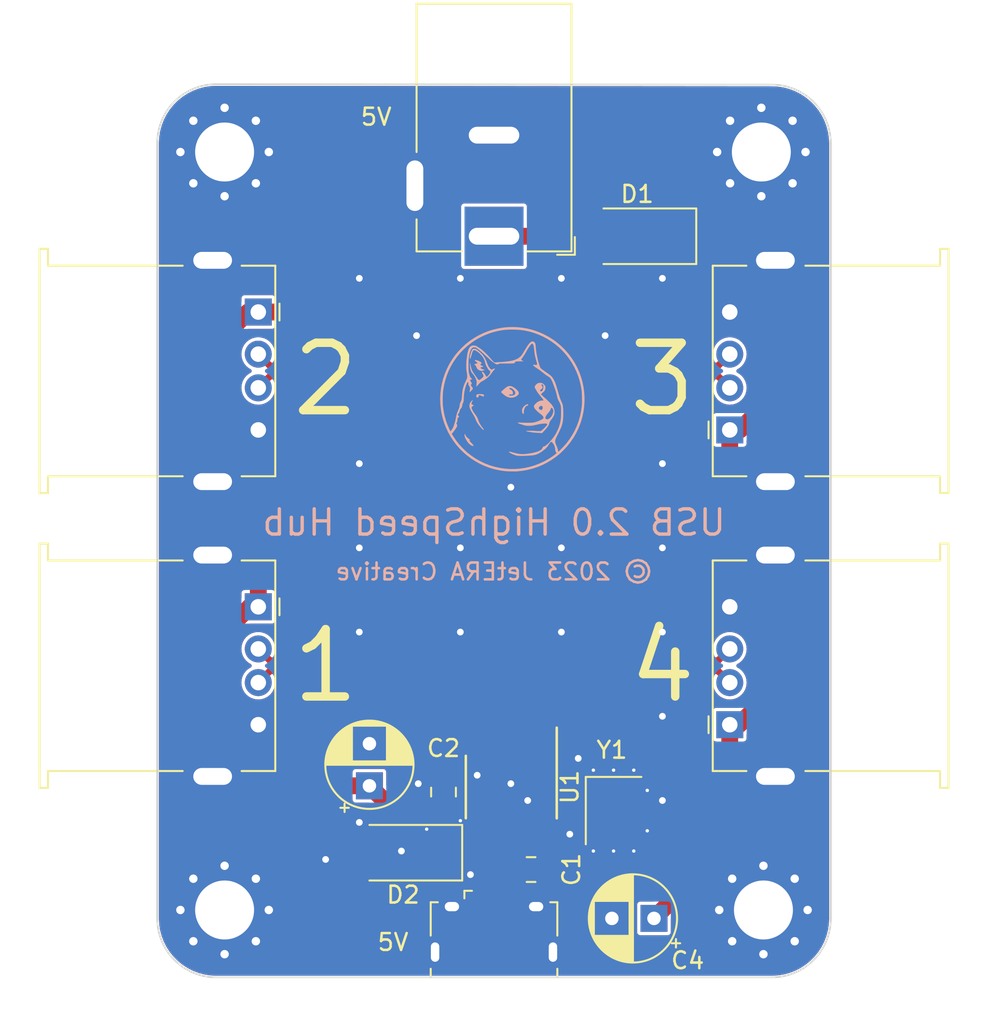
<source format=kicad_pcb>
(kicad_pcb (version 20221018) (generator pcbnew)
  (title_block (title "USB 2.0 HighSpeed Hub") (date "2023-10-07") (company "JetERA Creative") (comment 1 "https://creativecommons.org/licenses/by-sa/4.0/legalcode.en") (comment 2 "Use of this PCB design is governed under the CC BY-SA 4.0 International license."))
  (layers (0 "F.Cu" signal) (31 "B.Cu" signal) (34 "B.Paste" user) (35 "F.Paste" user) (36 "B.SilkS" user "B.Silkscreen") (37 "F.SilkS" user "F.Silkscreen") (38 "B.Mask" user) (39 "F.Mask" user) (44 "Edge.Cuts" user))
  (net 0 "")
  (net 1 "+5V")
  (net 2 "Net-(J1-D-)")
  (net 3 "Net-(J1-D+)")
  (net 5 "GND")
  (net 6 "D1-")
  (net 7 "D1+")
  (net 8 "D2-")
  (net 9 "D2+")
  (net 10 "D3-")
  (net 11 "D3+")
  (net 12 "D4-")
  (net 13 "D4+")
  (net 14 "Net-(U1-3V3)")
  (net 15 "Net-(D2-A)")
  (net 16 "Net-(D1-A)")
  (net 17 "Net-(U1-XI)")
  (net 18 "Net-(U1-XO)")
  (footprint "Capacitor_SMD:C_0805_2012Metric" (layer "F.Cu") (at 117 112.5 90)
    (fp_text reference "C2" (at 2.6 0 180) (layer "F.SilkS"))
    (fp_text value "4.7uF")
    (pad "1" smd roundrect (at -0.95 0 90) (size 1 1.45) (layers "F.Cu" "F.Paste" "F.Mask") (net 1 "+5V"))
    (pad "2" smd roundrect (at 0.95 0 90) (size 1 1.45) (layers "F.Cu" "F.Paste" "F.Mask") (net 5 "GND"))
  )
  (footprint "Diode_SMD:D_SMA" (layer "F.Cu") (at 128.5 79.5 180)
    (fp_text reference "D1" (at 0 2.5) (layer "F.SilkS"))
    (fp_text value "D_Schottky")
    (pad "1" smd roundrect (at -2 0 180) (size 2.5 1.8) (layers "F.Cu" "F.Paste" "F.Mask") (roundrect_rratio 0.1388888889) (net 1 "+5V"))
    (pad "2" smd roundrect (at 2 0 180) (size 2.5 1.8) (layers "F.Cu" "F.Paste" "F.Mask") (roundrect_rratio 0.1388888889) (net 16 "Net-(D1-A)"))
  )
  (footprint "Crystal:Crystal_SMD_3225-4Pin_3.2x2.5mm" (layer "F.Cu") (at 127.1 113.6 -90)
    (fp_text reference "Y1" (at -3.6 0.1) (layer "F.SilkS"))
    (fp_text value "Crystal_GND24_Small")
    (pad "1" smd rect (at -1.1 0.85 270) (size 1.4 1.2) (layers "F.Cu" "F.Paste" "F.Mask") (net 18 "Net-(U1-XO)"))
    (pad "2" smd rect (at 1.1 0.85 270) (size 1.4 1.2) (layers "F.Cu" "F.Paste" "F.Mask") (net 5 "GND"))
    (pad "3" smd rect (at 1.1 -0.85 270) (size 1.4 1.2) (layers "F.Cu" "F.Paste" "F.Mask") (net 17 "Net-(U1-XI)"))
    (pad "4" smd rect (at -1.1 -0.85 270) (size 1.4 1.2) (layers "F.Cu" "F.Paste" "F.Mask") (net 5 "GND"))
  )
  (footprint "Connector_BarrelJack:BarrelJack_Horizontal" (layer "F.Cu") (at 120 79.5 -90)
    (fp_text reference "J6" hide)
    (fp_text value "Barrel_Jack_Switch")
    (pad "1" thru_hole rect (at 0 0 270) (size 3.5 3.5) (drill oval 1 3) (layers "*.Cu" "*.Mask") (net 16 "Net-(D1-A)"))
    (pad "2" thru_hole roundrect (at -6 0 270) (size 3 3.5) (drill oval 1 3) (layers "*.Cu" "*.Mask") (net 5 "GND"))
    (pad "3" thru_hole roundrect (at -3 4.7 270) (size 3.5 3.5) (drill oval 3 1) (layers "*.Cu" "*.Mask") (net 5 "GND"))
  )
  (footprint "MountingHole:MountingHole_3.5mm_Pad_Via" (layer "F.Cu") (at 104 119.5)
    (fp_text reference "H1" hide)
    (fp_text value "MountingHole_Pad")
    (pad "1" thru_hole circle (at -2.625 0) (size 0.8 0.8) (drill 0.5) (layers "*.Cu" "*.Mask") (net 5 "GND"))
    (pad "1" thru_hole circle (at -1.856155 -1.856155) (size 0.8 0.8) (drill 0.5) (layers "*.Cu" "*.Mask") (net 5 "GND"))
    (pad "1" thru_hole circle (at -1.856155 1.856155) (size 0.8 0.8) (drill 0.5) (layers "*.Cu" "*.Mask") (net 5 "GND"))
    (pad "1" thru_hole circle (at 0 -2.625) (size 0.8 0.8) (drill 0.5) (layers "*.Cu" "*.Mask") (net 5 "GND"))
    (pad "1" thru_hole circle (at 0 0) (size 7 7) (drill 3.5) (layers "*.Cu" "*.Mask") (net 5 "GND"))
    (pad "1" thru_hole circle (at 0 2.625) (size 0.8 0.8) (drill 0.5) (layers "*.Cu" "*.Mask") (net 5 "GND"))
    (pad "1" thru_hole circle (at 1.856155 -1.856155) (size 0.8 0.8) (drill 0.5) (layers "*.Cu" "*.Mask") (net 5 "GND"))
    (pad "1" thru_hole circle (at 1.856155 1.856155) (size 0.8 0.8) (drill 0.5) (layers "*.Cu" "*.Mask") (net 5 "GND"))
    (pad "1" thru_hole circle (at 2.625 0) (size 0.8 0.8) (drill 0.5) (layers "*.Cu" "*.Mask") (net 5 "GND"))
  )
  (footprint "Fiducial:Fiducial_1mm_Mask2mm" (layer "F.Cu") (at 109 122)
    (fp_text reference "REF**" hide)
    (fp_text value "Fiducial_1mm_Mask2mm")
    (pad "" smd circle (at 0 0) (size 1 1) (layers "F.Cu" "F.Mask") (clearance 0.5))
  )
  (footprint "Connector_USB:USB_A_Stewart_SS-52100-001_Horizontal" (layer "F.Cu") (at 106 84 -90)
    (fp_text reference "J3" hide)
    (fp_text value "USB_A")
    (pad "1" thru_hole rect (at 0 0 270) (size 1.6 1.6) (drill 0.92) (layers "*.Cu" "*.Mask") (net 1 "+5V"))
    (pad "2" thru_hole circle (at 2.5 0 270) (size 1.6 1.6) (drill 0.92) (layers "*.Cu" "*.Mask") (net 8 "D2-"))
    (pad "3" thru_hole circle (at 4.5 0 270) (size 1.6 1.6) (drill 0.92) (layers "*.Cu" "*.Mask") (net 9 "D2+"))
    (pad "4" thru_hole circle (at 7 0 270) (size 1.6 1.6) (drill 0.92) (layers "*.Cu" "*.Mask") (net 5 "GND"))
    (pad "5" thru_hole oval (at -3.07 2.71 270) (size 2 3) (drill oval 1 2.3) (layers "*.Cu" "*.Mask") (net 5 "GND"))
    (pad "5" thru_hole oval (at 10.07 2.71 270) (size 2 3) (drill oval 1 2.3) (layers "*.Cu" "*.Mask") (net 5 "GND"))
  )
  (footprint "Connector_USB:USB_A_Stewart_SS-52100-001_Horizontal" (layer "F.Cu") (at 134 91 90)
    (fp_text reference "J4" hide)
    (fp_text value "USB_A")
    (pad "1" thru_hole rect (at 0 0 90) (size 1.6 1.6) (drill 0.92) (layers "*.Cu" "*.Mask") (net 1 "+5V"))
    (pad "2" thru_hole circle (at 2.5 0 90) (size 1.6 1.6) (drill 0.92) (layers "*.Cu" "*.Mask") (net 10 "D3-"))
    (pad "3" thru_hole circle (at 4.5 0 90) (size 1.6 1.6) (drill 0.92) (layers "*.Cu" "*.Mask") (net 11 "D3+"))
    (pad "4" thru_hole circle (at 7 0 90) (size 1.6 1.6) (drill 0.92) (layers "*.Cu" "*.Mask") (net 5 "GND"))
    (pad "5" thru_hole oval (at -3.07 2.71 90) (size 2 3) (drill oval 1 2.3) (layers "*.Cu" "*.Mask") (net 5 "GND"))
    (pad "5" thru_hole oval (at 10.07 2.71 90) (size 2 3) (drill oval 1 2.3) (layers "*.Cu" "*.Mask") (net 5 "GND"))
  )
  (footprint "Fiducial:Fiducial_1mm_Mask2mm" (layer "F.Cu") (at 130 73)
    (fp_text reference "REF**" hide)
    (fp_text value "Fiducial_1mm_Mask2mm")
    (pad "" smd circle (at 0 0) (size 1 1) (layers "F.Cu" "F.Mask") (clearance 0.5))
  )
  (footprint "Connector_USB:USB_A_Stewart_SS-52100-001_Horizontal" (layer "F.Cu") (at 106 101.5 -90)
    (fp_text reference "J2" hide)
    (fp_text value "USB_A")
    (pad "1" thru_hole rect (at 0 0 270) (size 1.6 1.6) (drill 0.92) (layers "*.Cu" "*.Mask") (net 1 "+5V"))
    (pad "2" thru_hole circle (at 2.5 0 270) (size 1.6 1.6) (drill 0.92) (layers "*.Cu" "*.Mask") (net 6 "D1-"))
    (pad "3" thru_hole circle (at 4.5 0 270) (size 1.6 1.6) (drill 0.92) (layers "*.Cu" "*.Mask") (net 7 "D1+"))
    (pad "4" thru_hole circle (at 7 0 270) (size 1.6 1.6) (drill 0.92) (layers "*.Cu" "*.Mask") (net 5 "GND"))
    (pad "5" thru_hole oval (at -3.07 2.71 270) (size 2 3) (drill oval 1 2.3) (layers "*.Cu" "*.Mask") (net 5 "GND"))
    (pad "5" thru_hole oval (at 10.07 2.71 270) (size 2 3) (drill oval 1 2.3) (layers "*.Cu" "*.Mask") (net 5 "GND"))
  )
  (footprint "Capacitor_THT:CP_Radial_D5.0mm_P2.50mm" (layer "F.Cu") (at 129.5 120 180)
    (fp_text reference "C4" (at -2 -2.5) (layer "F.SilkS"))
    (fp_text value "270uF")
    (pad "1" thru_hole rect (at 0 0 180) (size 1.6 1.6) (drill 0.8) (layers "*.Cu" "*.Mask") (net 1 "+5V"))
    (pad "2" thru_hole circle (at 2.5 0 180) (size 1.6 1.6) (drill 0.8) (layers "*.Cu" "*.Mask") (net 5 "GND"))
  )
  (footprint "Package_SO:QSOP-16_3.9x4.9mm_P0.635mm" (layer "F.Cu") (at 121 112.2 -90)
    (fp_text reference "U1" (at 0 -3.5 90) (layer "F.SilkS"))
    (fp_text value "CH334R")
    (pad "1" smd rect (at -2.6543 -2.2225 270) (size 1.6 0.41) (layers "F.Cu" "F.Paste" "F.Mask") (net 12 "D4-"))
    (pad "2" smd rect (at -2.6543 -1.5875 270) (size 1.6 0.41) (layers "F.Cu" "F.Paste" "F.Mask") (net 13 "D4+"))
    (pad "3" smd rect (at -2.6543 -0.9525 270) (size 1.6 0.41) (layers "F.Cu" "F.Paste" "F.Mask") (net 10 "D3-"))
    (pad "4" smd rect (at -2.6543 -0.3175 270) (size 1.6 0.41) (layers "F.Cu" "F.Paste" "F.Mask") (net 11 "D3+"))
    (pad "5" smd rect (at -2.6543 0.3175 270) (size 1.6 0.41) (layers "F.Cu" "F.Paste" "F.Mask") (net 8 "D2-"))
    (pad "6" smd rect (at -2.6543 0.9525 270) (size 1.6 0.41) (layers "F.Cu" "F.Paste" "F.Mask") (net 9 "D2+"))
    (pad "7" smd rect (at -2.6543 1.5875 270) (size 1.6 0.41) (layers "F.Cu" "F.Paste" "F.Mask") (net 6 "D1-"))
    (pad "8" smd rect (at -2.6543 2.2225 270) (size 1.6 0.41) (layers "F.Cu" "F.Paste" "F.Mask") (net 7 "D1+"))
    (pad "9" smd rect (at 2.6543 2.2225 270) (size 1.6 0.41) (layers "F.Cu" "F.Paste" "F.Mask"))
    (pad "10" smd rect (at 2.6543 1.5875 270) (size 1.6 0.41) (layers "F.Cu" "F.Paste" "F.Mask") (net 2 "Net-(J1-D-)"))
    (pad "11" smd rect (at 2.6543 0.9525 270) (size 1.6 0.41) (layers "F.Cu" "F.Paste" "F.Mask") (net 3 "Net-(J1-D+)"))
    (pad "12" smd rect (at 2.6543 0.3175 270) (size 1.6 0.41) (layers "F.Cu" "F.Paste" "F.Mask") (net 1 "+5V"))
    (pad "13" smd rect (at 2.6543 -0.3175 270) (size 1.6 0.41) (layers "F.Cu" "F.Paste" "F.Mask") (net 14 "Net-(U1-3V3)"))
    (pad "14" smd rect (at 2.6543 -0.9525 270) (size 1.6 0.41) (layers "F.Cu" "F.Paste" "F.Mask") (net 5 "GND"))
    (pad "15" smd rect (at 2.6543 -1.5875 270) (size 1.6 0.41) (layers "F.Cu" "F.Paste" "F.Mask") (net 18 "Net-(U1-XO)"))
    (pad "16" smd rect (at 2.6543 -2.2225 270) (size 1.6 0.41) (layers "F.Cu" "F.Paste" "F.Mask") (net 17 "Net-(U1-XI)"))
  )
  (footprint "MountingHole:MountingHole_3.5mm_Pad_Via" (layer "F.Cu") (at 136 119.5)
    (fp_text reference "H4" hide)
    (fp_text value "MountingHole_Pad")
    (pad "1" thru_hole circle (at -2.625 0) (size 0.8 0.8) (drill 0.5) (layers "*.Cu" "*.Mask") (net 5 "GND"))
    (pad "1" thru_hole circle (at -1.856155 -1.856155) (size 0.8 0.8) (drill 0.5) (layers "*.Cu" "*.Mask") (net 5 "GND"))
    (pad "1" thru_hole circle (at -1.856155 1.856155) (size 0.8 0.8) (drill 0.5) (layers "*.Cu" "*.Mask") (net 5 "GND"))
    (pad "1" thru_hole circle (at 0 -2.625) (size 0.8 0.8) (drill 0.5) (layers "*.Cu" "*.Mask") (net 5 "GND"))
    (pad "1" thru_hole circle (at 0 0) (size 7 7) (drill 3.5) (layers "*.Cu" "*.Mask") (net 5 "GND"))
    (pad "1" thru_hole circle (at 0 2.625) (size 0.8 0.8) (drill 0.5) (layers "*.Cu" "*.Mask") (net 5 "GND"))
    (pad "1" thru_hole circle (at 1.856155 -1.856155) (size 0.8 0.8) (drill 0.5) (layers "*.Cu" "*.Mask") (net 5 "GND"))
    (pad "1" thru_hole circle (at 1.856155 1.856155) (size 0.8 0.8) (drill 0.5) (layers "*.Cu" "*.Mask") (net 5 "GND"))
    (pad "1" thru_hole circle (at 2.625 0) (size 0.8 0.8) (drill 0.5) (layers "*.Cu" "*.Mask") (net 5 "GND"))
  )
  (footprint "Connector_USB:USB_Micro-B_Amphenol_10118194_Horizontal" (layer "F.Cu") (at 120 120.7)
    (fp_text reference "J1" hide)
    (fp_text value "USB_B_Micro")
    (pad "1" smd rect (at -1.3 -1.4) (size 0.4 1.35) (layers "F.Cu" "F.Paste" "F.Mask") (net 15 "Net-(D2-A)"))
    (pad "2" smd rect (at -0.65 -1.4) (size 0.4 1.35) (layers "F.Cu" "F.Paste" "F.Mask") (net 2 "Net-(J1-D-)"))
    (pad "3" smd rect (at 0 -1.4) (size 0.4 1.35) (layers "F.Cu" "F.Paste" "F.Mask") (net 3 "Net-(J1-D+)"))
    (pad "4" smd rect (at 0.65 -1.4) (size 0.4 1.35) (layers "F.Cu" "F.Paste" "F.Mask"))
    (pad "5" smd rect (at 1.3 -1.4) (size 0.4 1.35) (layers "F.Cu" "F.Paste" "F.Mask") (net 5 "GND"))
    (pad "6" thru_hole oval (at -3.5 1.3) (size 0.89 1.55) (drill oval 0.5 1.15) (layers "*.Cu" "*.Mask") (net 5 "GND"))
    (pad "6" smd rect (at -2.9 1.3) (size 1.2 1.55) (layers "F.Cu" "F.Paste" "F.Mask") (net 5 "GND"))
    (pad "6" thru_hole oval (at -2.5 -1.4) (size 1.25 0.95) (drill oval 0.85 0.55) (layers "*.Cu" "*.Mask") (net 5 "GND"))
    (pad "6" smd rect (at -1 1.3) (size 1.5 1.55) (layers "F.Cu" "F.Paste" "F.Mask") (net 5 "GND"))
    (pad "6" smd rect (at 1 1.3) (size 1.5 1.55) (layers "F.Cu" "F.Paste" "F.Mask") (net 5 "GND"))
    (pad "6" thru_hole oval (at 2.5 -1.4) (size 1.25 0.95) (drill oval 0.85 0.55) (layers "*.Cu" "*.Mask") (net 5 "GND"))
    (pad "6" smd rect (at 2.9 1.3) (size 1.2 1.55) (layers "F.Cu" "F.Paste" "F.Mask") (net 5 "GND"))
    (pad "6" thru_hole oval (at 3.5 1.3) (size 0.89 1.55) (drill oval 0.5 1.15) (layers "*.Cu" "*.Mask") (net 5 "GND"))
  )
  (footprint "MountingHole:MountingHole_3.5mm_Pad_Via" (layer "F.Cu") (at 104 74.5)
    (fp_text reference "H2" hide)
    (fp_text value "MountingHole_Pad")
    (pad "1" thru_hole circle (at -2.625 0) (size 0.8 0.8) (drill 0.5) (layers "*.Cu" "*.Mask") (net 5 "GND"))
    (pad "1" thru_hole circle (at -1.856155 -1.856155) (size 0.8 0.8) (drill 0.5) (layers "*.Cu" "*.Mask") (net 5 "GND"))
    (pad "1" thru_hole circle (at -1.856155 1.856155) (size 0.8 0.8) (drill 0.5) (layers "*.Cu" "*.Mask") (net 5 "GND"))
    (pad "1" thru_hole circle (at 0 -2.625) (size 0.8 0.8) (drill 0.5) (layers "*.Cu" "*.Mask") (net 5 "GND"))
    (pad "1" thru_hole circle (at 0 0) (size 7 7) (drill 3.5) (layers "*.Cu" "*.Mask") (net 5 "GND"))
    (pad "1" thru_hole circle (at 0 2.625) (size 0.8 0.8) (drill 0.5) (layers "*.Cu" "*.Mask") (net 5 "GND"))
    (pad "1" thru_hole circle (at 1.856155 -1.856155) (size 0.8 0.8) (drill 0.5) (layers "*.Cu" "*.Mask") (net 5 "GND"))
    (pad "1" thru_hole circle (at 1.856155 1.856155) (size 0.8 0.8) (drill 0.5) (layers "*.Cu" "*.Mask") (net 5 "GND"))
    (pad "1" thru_hole circle (at 2.625 0) (size 0.8 0.8) (drill 0.5) (layers "*.Cu" "*.Mask") (net 5 "GND"))
  )
  (footprint "MountingHole:MountingHole_3.5mm_Pad_Via" (layer "F.Cu") (at 135.875 74.5)
    (fp_text reference "H3" hide)
    (fp_text value "MountingHole_Pad")
    (pad "1" thru_hole circle (at -2.625 0) (size 0.8 0.8) (drill 0.5) (layers "*.Cu" "*.Mask") (net 5 "GND"))
    (pad "1" thru_hole circle (at -1.856155 -1.856155) (size 0.8 0.8) (drill 0.5) (layers "*.Cu" "*.Mask") (net 5 "GND"))
    (pad "1" thru_hole circle (at -1.856155 1.856155) (size 0.8 0.8) (drill 0.5) (layers "*.Cu" "*.Mask") (net 5 "GND"))
    (pad "1" thru_hole circle (at 0 -2.625) (size 0.8 0.8) (drill 0.5) (layers "*.Cu" "*.Mask") (net 5 "GND"))
    (pad "1" thru_hole circle (at 0 0) (size 7 7) (drill 3.5) (layers "*.Cu" "*.Mask") (net 5 "GND"))
    (pad "1" thru_hole circle (at 0 2.625) (size 0.8 0.8) (drill 0.5) (layers "*.Cu" "*.Mask") (net 5 "GND"))
    (pad "1" thru_hole circle (at 1.856155 -1.856155) (size 0.8 0.8) (drill 0.5) (layers "*.Cu" "*.Mask") (net 5 "GND"))
    (pad "1" thru_hole circle (at 1.856155 1.856155) (size 0.8 0.8) (drill 0.5) (layers "*.Cu" "*.Mask") (net 5 "GND"))
    (pad "1" thru_hole circle (at 2.625 0) (size 0.8 0.8) (drill 0.5) (layers "*.Cu" "*.Mask") (net 5 "GND"))
  )
  (footprint "Capacitor_SMD:C_0805_2012Metric" (layer "F.Cu") (at 122.2 117.1)
    (fp_text reference "C1" (at 2.4 0 90) (layer "F.SilkS"))
    (fp_text value "4.7uF")
    (pad "1" smd roundrect (at -0.95 0) (size 1 1.45) (layers "F.Cu" "F.Paste" "F.Mask") (net 14 "Net-(U1-3V3)"))
    (pad "2" smd roundrect (at 0.95 0) (size 1 1.45) (layers "F.Cu" "F.Paste" "F.Mask") (net 5 "GND"))
  )
  (footprint "Capacitor_THT:CP_Radial_D5.0mm_P2.50mm" (layer "F.Cu") (at 112.6 112.128255 90)
    (fp_text reference "C3" hide)
    (fp_text value "270uF")
    (pad "1" thru_hole rect (at 0 0 90) (size 1.6 1.6) (drill 0.8) (layers "*.Cu" "*.Mask") (net 1 "+5V"))
    (pad "2" thru_hole circle (at 2.5 0 90) (size 1.6 1.6) (drill 0.8) (layers "*.Cu" "*.Mask") (net 5 "GND"))
  )
  (footprint "Fiducial:Fiducial_1mm_Mask2mm" (layer "F.Cu") (at 109 73)
    (fp_text reference "REF**" hide)
    (fp_text value "Fiducial_1mm_Mask2mm")
    (pad "" smd circle (at 0 0) (size 1 1) (layers "F.Cu" "F.Mask") (clearance 0.5))
  )
  (footprint "Diode_SMD:D_SMA" (layer "F.Cu") (at 114.6 116.1 180)
    (fp_text reference "D2" (at 0 -2.5 180) (layer "F.SilkS"))
    (fp_text value "D_Schottky")
    (pad "1" smd roundrect (at -2 0 180) (size 2.5 1.8) (layers "F.Cu" "F.Paste" "F.Mask") (roundrect_rratio 0.1388888889) (net 1 "+5V"))
    (pad "2" smd roundrect (at 2 0 180) (size 2.5 1.8) (layers "F.Cu" "F.Paste" "F.Mask") (roundrect_rratio 0.1388888889) (net 15 "Net-(D2-A)"))
  )
  (footprint "Connector_USB:USB_A_Stewart_SS-52100-001_Horizontal" (layer "F.Cu") (at 134 108.5 90)
    (fp_text reference "J5" hide)
    (fp_text value "USB_A")
    (pad "1" thru_hole rect (at 0 0 90) (size 1.6 1.6) (drill 0.92) (layers "*.Cu" "*.Mask") (net 1 "+5V"))
    (pad "2" thru_hole circle (at 2.5 0 90) (size 1.6 1.6) (drill 0.92) (layers "*.Cu" "*.Mask") (net 12 "D4-"))
    (pad "3" thru_hole circle (at 4.5 0 90) (size 1.6 1.6) (drill 0.92) (layers "*.Cu" "*.Mask") (net 13 "D4+"))
    (pad "4" thru_hole circle (at 7 0 90) (size 1.6 1.6) (drill 0.92) (layers "*.Cu" "*.Mask") (net 5 "GND"))
    (pad "5" thru_hole oval (at -3.07 2.71 90) (size 2 3) (drill oval 1 2.3) (layers "*.Cu" "*.Mask") (net 5 "GND"))
    (pad "5" thru_hole oval (at 10.07 2.71 90) (size 2 3) (drill oval 1 2.3) (layers "*.Cu" "*.Mask") (net 5 "GND"))
  )
  (footprint "icons:doge" (layer "B.Cu") (at 121 89 180)
    (fp_text reference "G***" hide)
    (fp_text value "LOGO" hide)
  )
  (gr_line (start 136.5 123.5) (end 103.5 123.5) (stroke (width 0.1)) (layer "Edge.Cuts"))
  (gr_line (start 140 74) (end 140 120) (stroke (width 0.1)) (layer "Edge.Cuts"))
  (gr_arc (start 100 73.974874) (mid 101.025126 71.5) (end 103.5 70.474874) (stroke (width 0.1)) (layer "Edge.Cuts"))
  (gr_line (start 100 120) (end 100 73.974874) (stroke (width 0.1)) (layer "Edge.Cuts"))
  (gr_arc (start 140 120) (mid 138.974874 122.474874) (end 136.5 123.5) (stroke (width 0.1)) (layer "Edge.Cuts"))
  (gr_line (start 103.5 70.474874) (end 136.5 70.5) (stroke (width 0.1)) (layer "Edge.Cuts"))
  (gr_arc (start 136.5 70.5) (mid 138.974874 71.525126) (end 140 74) (stroke (width 0.1)) (layer "Edge.Cuts"))
  (gr_arc (start 103.5 123.5) (mid 101.025126 122.474874) (end 100 120) (stroke (width 0.1)) (layer "Edge.Cuts"))
  (gr_text "USB 2.0 HighSpeed Hub" (at 120 96.5) (layer "B.SilkS") (effects (font (size 1.5 1.5) (thickness 0.2) bold) (justify mirror)))
  (gr_text "© 2023 JetERA Creative" (at 120 100) (layer "B.SilkS") (effects (font (size 1 1)) (justify bottom mirror)))
  (gr_text "5V" (at 112 73) (layer "F.SilkS") (effects (font (size 1 1)) (justify left bottom)))
  (gr_text "2" (at 110 88) (layer "F.SilkS") (effects (font (size 4 4) (thickness 0.5))))
  (gr_text "4" (at 130 105) (layer "F.SilkS") (effects (font (size 4 4) (thickness 0.5))))
  (gr_text "1" (at 110 105) (layer "F.SilkS") (effects (font (size 4 4) (thickness 0.5))))
  (gr_text "3" (at 130 88) (layer "F.SilkS") (effects (font (size 4 4) (thickness 0.5))))
  (gr_text "5V" (at 113 122) (layer "F.SilkS") (effects (font (size 1 1)) (justify left bottom)))
  (segment (start 134 108.5) (end 134 115.5) (width 1) (layer "F.Cu") (net 1))
  (segment (start 120.6825 113.7825) (end 120.6825 114.8543) (width 0.4) (layer "F.Cu") (net 1))
  (segment (start 106.928255 112.128255) (end 103 108.2) (width 1) (layer "F.Cu") (net 1))
  (segment (start 103 86.4) (end 105.4 84) (width 1) (layer "F.Cu") (net 1))
  (segment (start 134.55 108.5) (end 134 108.5) (width 1) (layer "F.Cu") (net 1))
  (segment (start 134 98.8) (end 137 101.8) (width 1) (layer "F.Cu") (net 1))
  (segment (start 106 93.875837) (end 103 90.875837) (width 1) (layer "F.Cu") (net 1))
  (segment (start 137 88.6) (end 134.6 91) (width 1) (layer "F.Cu") (net 1))
  (segment (start 117 115.7) (end 117 113.45) (width 1) (layer "F.Cu") (net 1))
  (segment (start 103 90.875837) (end 103 86.4) (width 1) (layer "F.Cu") (net 1))
  (segment (start 117 113.45) (end 113.921745 113.45) (width 1) (layer "F.Cu") (net 1))
  (segment (start 137 101.8) (end 137 106.05) (width 1) (layer "F.Cu") (net 1))
  (segment (start 126 84) (end 130.5 79.5) (width 1) (layer "F.Cu") (net 1))
  (segment (start 113.921745 113.45) (end 112.6 112.128255) (width 1) (layer "F.Cu") (net 1))
  (segment (start 103 104) (end 105.5 101.5) (width 1) (layer "F.Cu") (net 1))
  (segment (start 134 115.5) (end 129.5 120) (width 1) (layer "F.Cu") (net 1))
  (segment (start 117 113.45) (end 120.35 113.45) (width 0.4) (layer "F.Cu") (net 1))
  (segment (start 134.6 91) (end 134 91) (width 1) (layer "F.Cu") (net 1))
  (segment (start 116.6 116.1) (end 117 115.7) (width 1) (layer "F.Cu") (net 1))
  (segment (start 130.5 79.5) (end 132.3 79.5) (width 1) (layer "F.Cu") (net 1))
  (segment (start 103 108.2) (end 103 104) (width 1) (layer "F.Cu") (net 1))
  (segment (start 112.6 112.128255) (end 106.928255 112.128255) (width 1) (layer "F.Cu") (net 1))
  (segment (start 105.4 84) (end 106 84) (width 1) (layer "F.Cu") (net 1))
  (segment (start 106 101.5) (end 106 93.875837) (width 1) (layer "F.Cu") (net 1))
  (segment (start 106 84) (end 126 84) (width 1) (layer "F.Cu") (net 1))
  (segment (start 137 84.2) (end 137 88.6) (width 1) (layer "F.Cu") (net 1))
  (segment (start 137 106.05) (end 134.55 108.5) (width 1) (layer "F.Cu") (net 1))
  (segment (start 132.3 79.5) (end 137 84.2) (width 1) (layer "F.Cu") (net 1))
  (segment (start 134 91) (end 134 98.8) (width 1) (layer "F.Cu") (net 1))
  (segment (start 120.35 113.45) (end 120.6825 113.7825) (width 0.4) (layer "F.Cu") (net 1))
  (segment (start 105.5 101.5) (end 106 101.5) (width 1) (layer "F.Cu") (net 1))
  (segment (start 119.4125 114.8543) (end 119.4125 119.2375) (width 0.3) (layer "F.Cu") (net 2))
  (segment (start 119.4125 119.2375) (end 119.35 119.3) (width 0.3) (layer "F.Cu") (net 2))
  (segment (start 120.0475 119.2525) (end 120 119.3) (width 0.3) (layer "F.Cu") (net 3))
  (segment (start 120.0475 114.8543) (end 120.0475 119.2525) (width 0.3) (layer "F.Cu") (net 3))
  (via (at 118 98) (size 0.8) (drill 0.4) (layers "F.Cu" "B.Cu") (net 5))
  (via (at 118 103) (size 0.8) (drill 0.4) (layers "F.Cu" "B.Cu") (net 5))
  (via (at 114.5 116) (size 0.8) (drill 0.4) (layers "F.Cu" "B.Cu") (net 5))
  (via (at 125.9 116) (size 0.45) (drill 0.2) (layers "F.Cu" "B.Cu") (net 5))
  (via (at 130 113) (size 0.8) (drill 0.4) (layers "F.Cu" "B.Cu") (net 5))
  (via (at 130 103) (size 0.8) (drill 0.4) (layers "F.Cu" "B.Cu") (net 5))
  (via (at 127.1 111.2) (size 0.45) (drill 0.2) (layers "F.Cu" "B.Cu") (net 5))
  (via (at 126.6 85.4) (size 0.8) (drill 0.4) (layers "F.Cu" "B.Cu") (net 5))
  (via (at 124 103) (size 0.8) (drill 0.4) (layers "F.Cu" "B.Cu") (net 5))
  (via (at 121 94.4) (size 0.8) (drill 0.4) (layers "F.Cu" "B.Cu") (net 5))
  (via (at 112 114.3) (size 0.8) (drill 0.4) (layers "F.Cu" "B.Cu") (net 5))
  (via (at 112 93) (size 0.8) (drill 0.4) (layers "F.Cu" "B.Cu") (net 5))
  (via (at 124 98) (size 0.8) (drill 0.4) (layers "F.Cu" "B.Cu") (net 5))
  (via (at 130 93) (size 0.8) (drill 0.4) (layers "F.Cu" "B.Cu") (net 5))
  (via (at 124.5 115) (size 0.8) (drill 0.4) (layers "F.Cu" "B.Cu") (net 5))
  (via (at 116 114.7) (size 0.45) (drill 0.2) (layers "F.Cu" "B.Cu") (net 5))
  (via (at 110 116.5) (size 0.8) (drill 0.4) (layers "F.Cu" "B.Cu") (net 5))
  (via (at 128.3 116) (size 0.45) (drill 0.2) (layers "F.Cu" "B.Cu") (net 5))
  (via (at 129.1 114.8) (size 0.45) (drill 0.2) (layers "F.Cu" "B.Cu") (net 5))
  (via (at 115.4 85.4) (size 0.8) (drill 0.4) (layers "F.Cu" "B.Cu") (net 5))
  (via (at 130 98) (size 0.8) (drill 0.4) (layers "F.Cu" "B.Cu") (net 5))
  (via (at 112 82) (size 0.8) (drill 0.4) (layers "F.Cu" "B.Cu") (net 5))
  (via (at 130 108) (size 0.8) (drill 0.4) (layers "F.Cu" "B.Cu") (net 5))
  (via (at 125 110.5) (size 0.8) (drill 0.4) (layers "F.Cu" "B.Cu") (net 5))
  (via (at 125.9 111.2) (size 0.45) (drill 0.2) (layers "F.Cu" "B.Cu") (net 5))
  (via (at 121 112) (size 0.8) (drill 0.4) (layers "F.Cu" "B.Cu") (net 5))
  (via (at 127.1 116) (size 0.45) (drill 0.2) (layers "F.Cu" "B.Cu") (net 5))
  (via (at 112 98) (size 0.8) (drill 0.4) (layers "F.Cu" "B.Cu") (net 5))
  (via (at 118.6 117.4) (size 0.8) (drill 0.4) (layers "F.Cu" "B.Cu") (net 5))
  (via (at 119 111.5) (size 0.8) (drill 0.4) (layers "F.Cu" "B.Cu") (net 5))
  (via (at 118 82) (size 0.8) (drill 0.4) (layers "F.Cu" "B.Cu") (net 5))
  (via (at 124 82) (size 0.8) (drill 0.4) (layers "F.Cu" "B.Cu") (net 5))
  (via (at 122 113) (size 0.8) (drill 0.4) (layers "F.Cu" "B.Cu") (net 5))
  (via (at 115.5 112) (size 0.8) (drill 0.4) (layers "F.Cu" "B.Cu") (net 5))
  (via (at 118 114.2) (size 0.45) (drill 0.2) (layers "F.Cu" "B.Cu") (net 5))
  (via (at 128.3 111.2) (size 0.45) (drill 0.2) (layers "F.Cu" "B.Cu") (net 5))
  (via (at 112 103) (size 0.8) (drill 0.4) (layers "F.Cu" "B.Cu") (net 5))
  (via (at 129.1 112.4) (size 0.45) (drill 0.2) (layers "F.Cu" "B.Cu") (net 5))
  (via (at 130 82) (size 0.8) (drill 0.4) (layers "F.Cu" "B.Cu") (net 5))
  (segment (start 106.7 104.7) (end 106 104) (width 0.4) (layer "F.Cu") (net 6))
  (segment (start 115.548528 104.7) (end 106.7 104.7) (width 0.4) (layer "F.Cu") (net 6))
  (segment (start 119.4125 108.563972) (end 115.548528 104.7) (width 0.4) (layer "F.Cu") (net 6))
  (segment (start 119.4125 109.5457) (end 119.4125 108.563972) (width 0.4) (layer "F.Cu") (net 6))
  (segment (start 106.7 105.3) (end 106 106) (width 0.4) (layer "F.Cu") (net 7))
  (segment (start 115.3 105.3) (end 106.7 105.3) (width 0.4) (layer "F.Cu") (net 7))
  (segment (start 118.7775 109.5457) (end 118.7775 108.7775) (width 0.4) (layer "F.Cu") (net 7))
  (segment (start 118.7775 108.7775) (end 115.3 105.3) (width 0.4) (layer "F.Cu") (net 7))
  (segment (start 106.7 87.2) (end 111.998528 87.2) (width 0.4) (layer "F.Cu") (net 8))
  (segment (start 106 86.5) (end 106.7 87.2) (width 0.4) (layer "F.Cu") (net 8))
  (segment (start 120.6825 95.883972) (end 120.6825 109.5457) (width 0.4) (layer "F.Cu") (net 8))
  (segment (start 111.998528 87.2) (end 120.6825 95.883972) (width 0.4) (layer "F.Cu") (net 8))
  (segment (start 111.75 87.8) (end 106.7 87.8) (width 0.4) (layer "F.Cu") (net 9))
  (segment (start 120.0475 109.5457) (end 120.0475 96.0975) (width 0.4) (layer "F.Cu") (net 9))
  (segment (start 120.0475 96.0975) (end 111.75 87.8) (width 0.4) (layer "F.Cu") (net 9))
  (segment (start 106.7 87.8) (end 106 88.5) (width 0.4) (layer "F.Cu") (net 9))
  (segment (start 121.9525 109.5457) (end 121.9525 96.096028) (width 0.4) (layer "F.Cu") (net 10))
  (segment (start 130.248528 87.8) (end 133.3 87.8) (width 0.4) (layer "F.Cu") (net 10))
  (segment (start 133.3 87.8) (end 134 88.5) (width 0.4) (layer "F.Cu") (net 10))
  (segment (start 121.9525 96.096028) (end 130.248528 87.8) (width 0.4) (layer "F.Cu") (net 10))
  (segment (start 133.3 87.2) (end 134 86.5) (width 0.4) (layer "F.Cu") (net 11))
  (segment (start 130 87.2) (end 133.3 87.2) (width 0.4) (layer "F.Cu") (net 11))
  (segment (start 121.3175 95.8825) (end 130 87.2) (width 0.4) (layer "F.Cu") (net 11))
  (segment (start 121.3175 109.5457) (end 121.3175 95.8825) (width 0.4) (layer "F.Cu") (net 11))
  (segment (start 126.7 105.3) (end 133.3 105.3) (width 0.4) (layer "F.Cu") (net 12))
  (segment (start 123.2225 109.5457) (end 123.2225 108.7775) (width 0.4) (layer "F.Cu") (net 12))
  (segment (start 123.2225 108.7775) (end 126.7 105.3) (width 0.4) (layer "F.Cu") (net 12))
  (segment (start 133.3 105.3) (end 134 106) (width 0.4) (layer "F.Cu") (net 12))
  (segment (start 133.3 104.7) (end 134 104) (width 0.4) (layer "F.Cu") (net 13))
  (segment (start 126.451472 104.7) (end 133.3 104.7) (width 0.4) (layer "F.Cu") (net 13))
  (segment (start 122.5875 108.563972) (end 126.451472 104.7) (width 0.4) (layer "F.Cu") (net 13))
  (segment (start 122.5875 109.5457) (end 122.5875 108.563972) (width 0.4) (layer "F.Cu") (net 13))
  (segment (start 121.3175 117.0325) (end 121.25 117.1) (width 0.4) (layer "F.Cu") (net 14))
  (segment (start 121.3175 114.8543) (end 121.3175 117.0325) (width 0.4) (layer "F.Cu") (net 14))
  (segment (start 112.9 116.1) (end 112.6 116.1) (width 0.5) (layer "F.Cu") (net 15))
  (segment (start 115.1 118.3) (end 112.9 116.1) (width 0.5) (layer "F.Cu") (net 15))
  (segment (start 118.7 119.3) (end 118.7 118.6) (width 0.5) (layer "F.Cu") (net 15))
  (segment (start 118.4 118.3) (end 115.1 118.3) (width 0.5) (layer "F.Cu") (net 15))
  (segment (start 118.7 118.6) (end 118.4 118.3) (width 0.5) (layer "F.Cu") (net 15))
  (segment (start 120 79.5) (end 126.5 79.5) (width 1) (layer "F.Cu") (net 16))
  (segment (start 123.7 113.6) (end 127.1 113.6) (width 0.4) (layer "F.Cu") (net 17))
  (segment (start 123.2225 114.0775) (end 123.7 113.6) (width 0.4) (layer "F.Cu") (net 17))
  (segment (start 127.1 113.6) (end 127.95 114.45) (width 0.4) (layer "F.Cu") (net 17))
  (segment (start 123.2225 114.8543) (end 123.2225 114.0775) (width 0.4) (layer "F.Cu") (net 17))
  (segment (start 127.95 114.45) (end 127.95 114.7) (width 0.4) (layer "F.Cu") (net 17))
  (segment (start 122.5875 114.8543) (end 122.5875 113.863972) (width 0.4) (layer "F.Cu") (net 18))
  (segment (start 123.451472 113) (end 125.75 113) (width 0.4) (layer "F.Cu") (net 18))
  (segment (start 125.75 113) (end 126.25 112.5) (width 0.4) (layer "F.Cu") (net 18))
  (segment (start 122.5875 113.863972) (end 123.451472 113) (width 0.4) (layer "F.Cu") (net 18))
  (zone (net 5) (net_name "GND") (layers "F&B.Cu") (connect_pads yes (clearance 0.1)) (min_thickness 0.25) (fill yes (thermal_gap 0.5) (thermal_bridge_width 0.5))
    (polygon (pts (xy 140 70.5) (xy 140 123.5) (xy 100 123.5) (xy 100 70.5)))
  )
)
</source>
